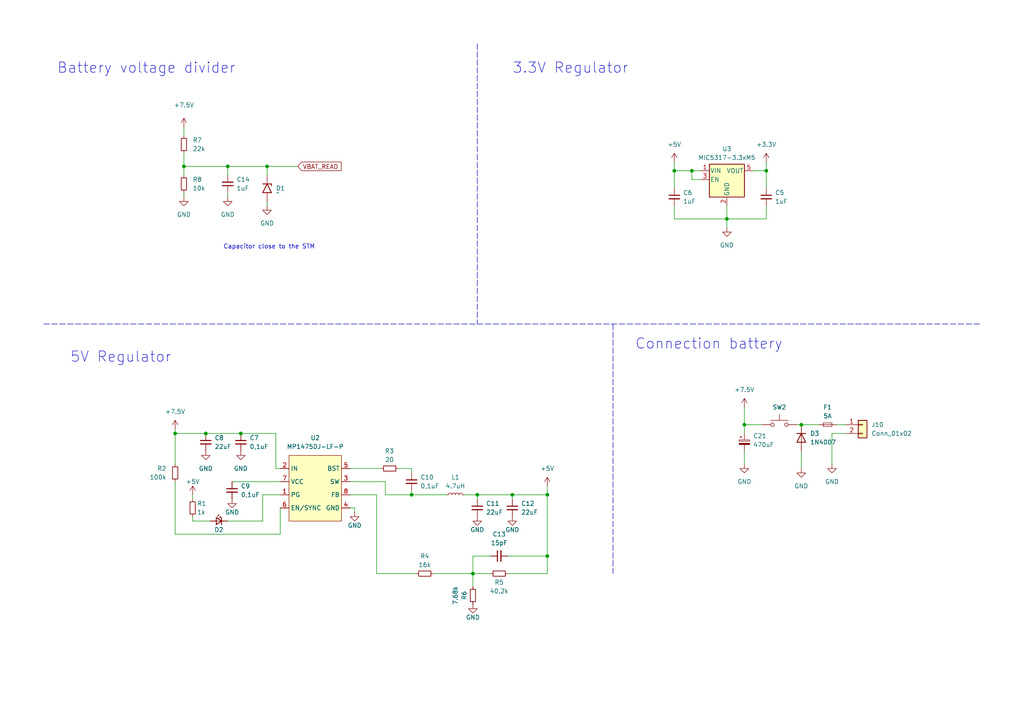
<source format=kicad_sch>
(kicad_sch (version 20230121) (generator eeschema)
  (paper "A4")
  (title_block (title "robot chat") (date "2023-09-19") (rev "1.0") (company "ENSEA"))
  (lib_symbols
    (symbol "Connector_Generic:Conn_01x02" (pin_names (offset 1.016) hide)
      (property "Reference" "J" (at 0 2.54 0))
      (property "Value" "Conn_01x02" (at 0 -5.08 0))
      (symbol "Conn_01x02_1_1"
        (rectangle (start -1.27 -2.413) (end 0 -2.667) (stroke (width 0.1524)))
        (rectangle (start -1.27 0.127) (end 0 -0.127) (stroke (width 0.1524)))
        (rectangle (start -1.27 1.27) (end 1.27 -3.81) (stroke (width 0.254)) (fill (type background)))
        (pin passive line (at -5.08 0 0) (length 3.81) (name "Pin_1") (number "1"))
        (pin passive line (at -5.08 -2.54 0) (length 3.81) (name "Pin_2") (number "2"))
      )
    )
    (symbol "Device:C_Polarized_Small" (pin_numbers hide) (pin_names (offset 0.254) hide)
      (property "Reference" "C" (at 0.254 1.778 0))
      (property "Value" "C_Polarized_Small" (at 0.254 -2.032 0))
      (symbol "C_Polarized_Small_0_1"
        (rectangle (start -1.524 -0.3048) (end 1.524 -0.6858) (fill (type outline)))
        (rectangle (start -1.524 0.6858) (end 1.524 0.3048))
        (polyline (pts (xy -1.27 1.524) (xy -0.762 1.524)))
        (polyline (pts (xy -1.016 1.27) (xy -1.016 1.778)))
      )
      (symbol "C_Polarized_Small_1_1"
        (pin passive line (at 0 2.54 270) (length 1.8542) (name "~") (number "1"))
        (pin passive line (at 0 -2.54 90) (length 1.8542) (name "~") (number "2"))
      )
    )
    (symbol "Device:C_Small" (pin_numbers hide) (pin_names (offset 0.254) hide)
      (property "Reference" "C" (at 0.254 1.778 0))
      (property "Value" "C_Small" (at 0.254 -2.032 0))
      (symbol "C_Small_0_1"
        (polyline (pts (xy -1.524 -0.508) (xy 1.524 -0.508)) (stroke (width 0.3302)))
        (polyline (pts (xy -1.524 0.508) (xy 1.524 0.508)) (stroke (width 0.3048)))
      )
      (symbol "C_Small_1_1"
        (pin passive line (at 0 2.54 270) (length 2.032) (name "~") (number "1"))
        (pin passive line (at 0 -2.54 90) (length 2.032) (name "~") (number "2"))
      )
    )
    (symbol "Device:Fuse_Small" (pin_numbers hide) (pin_names (offset 0.254) hide)
      (property "Reference" "F" (at 0 -1.524 0))
      (property "Value" "Fuse_Small" (at 0 1.524 0))
      (symbol "Fuse_Small_0_1"
        (rectangle (start -1.27 0.508) (end 1.27 -0.508))
        (polyline (pts (xy -1.27 0) (xy 1.27 0)))
      )
      (symbol "Fuse_Small_1_1"
        (pin passive line (at -2.54 0 0) (length 1.27) (name "~") (number "1"))
        (pin passive line (at 2.54 0 180) (length 1.27) (name "~") (number "2"))
      )
    )
    (symbol "Device:LED_Small" (pin_numbers hide) (pin_names (offset 0.254) hide)
      (property "Reference" "D" (at -1.27 3.175 0))
      (property "Value" "LED_Small" (at -4.445 -2.54 0))
      (symbol "LED_Small_0_1"
        (polyline (pts (xy -0.762 -1.016) (xy -0.762 1.016)) (stroke (width 0.254)))
        (polyline (pts (xy 1.016 0) (xy -0.762 0)))
        (polyline (pts (xy 0.762 -1.016) (xy -0.762 0) (xy 0.762 1.016) (xy 0.762 -1.016)) (stroke (width 0.254)))
        (polyline (pts (xy 0 0.762) (xy -0.508 1.27) (xy -0.254 1.27) (xy -0.508 1.27) (xy -0.508 1.016)))
        (polyline (pts (xy 0.508 1.27) (xy 0 1.778) (xy 0.254 1.778) (xy 0 1.778) (xy 0 1.524)))
      )
      (symbol "LED_Small_1_1"
        (pin passive line (at -2.54 0 0) (length 1.778) (name "K") (number "1"))
        (pin passive line (at 2.54 0 180) (length 1.778) (name "A") (number "2"))
      )
    )
    (symbol "Device:L_Small" (pin_numbers hide) (pin_names (offset 0.254) hide)
      (property "Reference" "L" (at 0.762 1.016 0))
      (property "Value" "L_Small" (at 0.762 -1.016 0))
      (symbol "L_Small_0_1"
        (arc (start 0 -2.032) (mid 0.5058 -1.524) (end 0 -1.016))
        (arc (start 0 -1.016) (mid 0.5058 -0.508) (end 0 0))
        (arc (start 0 0) (mid 0.5058 0.508) (end 0 1.016))
        (arc (start 0 1.016) (mid 0.5058 1.524) (end 0 2.032))
      )
      (symbol "L_Small_1_1"
        (pin passive line (at 0 2.54 270) (length 0.508) (name "~") (number "1"))
        (pin passive line (at 0 -2.54 90) (length 0.508) (name "~") (number "2"))
      )
    )
    (symbol "Device:R_Small" (pin_numbers hide) (pin_names (offset 0.254) hide)
      (property "Reference" "R" (at 0.762 0.508 0))
      (property "Value" "R_Small" (at 0.762 -1.016 0))
      (symbol "R_Small_0_1"
        (rectangle (start -0.762 1.778) (end 0.762 -1.778) (stroke (width 0.2032)))
      )
      (symbol "R_Small_1_1"
        (pin passive line (at 0 2.54 270) (length 0.762) (name "~") (number "1"))
        (pin passive line (at 0 -2.54 90) (length 0.762) (name "~") (number "2"))
      )
    )
    (symbol "Diode:1N4007" (pin_numbers hide) (pin_names hide)
      (property "Reference" "D" (at 0 2.54 0))
      (property "Value" "1N4007" (at 0 -2.54 0))
      (symbol "1N4007_0_1"
        (polyline (pts (xy -1.27 1.27) (xy -1.27 -1.27)) (stroke (width 0.254)))
        (polyline (pts (xy 1.27 0) (xy -1.27 0)))
        (polyline (pts (xy 1.27 1.27) (xy 1.27 -1.27) (xy -1.27 0) (xy 1.27 1.27)) (stroke (width 0.254)))
      )
      (symbol "1N4007_1_1"
        (pin passive line (at -3.81 0 0) (length 2.54) (name "K") (number "1"))
        (pin passive line (at 3.81 0 180) (length 2.54) (name "A") (number "2"))
      )
    )
    (symbol "Diode:1N62xxA" (pin_numbers hide) (pin_names (offset 1.016) hide)
      (property "Reference" "D" (at 0 2.54 0))
      (property "Value" "1N62xxA" (at 0 -2.54 0))
      (symbol "1N62xxA_0_1"
        (polyline (pts (xy -0.762 1.27) (xy -1.27 1.27) (xy -1.27 -1.27)) (stroke (width 0.254)))
        (polyline (pts (xy 1.27 1.27) (xy 1.27 -1.27) (xy -1.27 0) (xy 1.27 1.27)) (stroke (width 0.254)))
      )
      (symbol "1N62xxA_1_1"
        (pin passive line (at -3.81 0 0) (length 2.54) (name "A1") (number "1"))
        (pin passive line (at 3.81 0 180) (length 2.54) (name "A2") (number "2"))
      )
    )
    (symbol "MP1475:MP1475DJ-LF-P"
      (property "Reference" "U" (at 1.27 1.27 0))
      (property "Value" "MP1475DJ-LF-P" (at 8.89 -1.27 0))
      (symbol "MP1475DJ-LF-P_1_1"
        (rectangle (start -7.62 -2.54) (end 7.62 -21.59) (fill (type background)))
        (pin output line (at -10.16 -13.97 0) (length 2.54) (name "PG") (number "1"))
        (pin power_in line (at -10.16 -6.35 0) (length 2.54) (name "IN") (number "2"))
        (pin bidirectional line (at 10.16 -10.16 180) (length 2.54) (name "SW") (number "3"))
        (pin power_in line (at 10.16 -17.78 180) (length 2.54) (name "GND") (number "4"))
        (pin bidirectional line (at 10.16 -6.35 180) (length 2.54) (name "BST") (number "5"))
        (pin input line (at -10.16 -17.78 0) (length 2.54) (name "EN/SYNC") (number "6"))
        (pin power_in line (at -10.16 -10.16 0) (length 2.54) (name "VCC") (number "7"))
        (pin input line (at 10.16 -13.97 180) (length 2.54) (name "FB") (number "8"))
      )
    )
    (symbol "Regulator_Linear:MIC5317-3.3xM5" (pin_names (offset 0.254))
      (property "Reference" "U" (at -6.35 6.35 0))
      (property "Value" "MIC5317-3.3xM5" (at 0 6.35 0))
      (symbol "MIC5317-3.3xM5_0_1"
        (rectangle (start -5.08 4.445) (end 5.08 -5.08) (stroke (width 0.254)) (fill (type background)))
      )
      (symbol "MIC5317-3.3xM5_1_1"
        (pin power_in line (at -7.62 2.54 0) (length 2.54) (name "VIN") (number "1"))
        (pin power_in line (at 0 -7.62 90) (length 2.54) (name "GND") (number "2"))
        (pin input line (at -7.62 0 0) (length 2.54) (name "EN") (number "3"))
        (pin no_connect line (at 5.08 0 180) (length 2.54) hide (name "NC") (number "4"))
        (pin power_out line (at 7.62 2.54 180) (length 2.54) (name "VOUT") (number "5"))
      )
    )
    (symbol "Switch:SW_Push" (pin_numbers hide) (pin_names (offset 1.016) hide)
      (property "Reference" "SW" (at 1.27 2.54 0))
      (property "Value" "SW_Push" (at 0 -1.524 0))
      (symbol "SW_Push_0_1"
        (circle (center -2.032 0) (radius 0.508))
        (polyline (pts (xy 0 1.27) (xy 0 3.048)))
        (polyline (pts (xy 2.54 1.27) (xy -2.54 1.27)))
        (circle (center 2.032 0) (radius 0.508))
        (pin passive line (at -5.08 0 0) (length 2.54) (name "1") (number "1"))
        (pin passive line (at 5.08 0 180) (length 2.54) (name "2") (number "2"))
      )
    )
    (symbol "power:+3.3V" (power) (pin_names (offset 0))
      (property "Value" "+3.3V" (at 0 3.556 0))
      (symbol "+3.3V_0_1"
        (polyline (pts (xy -0.762 1.27) (xy 0 2.54)))
        (polyline (pts (xy 0 0) (xy 0 2.54)))
        (polyline (pts (xy 0 2.54) (xy 0.762 1.27)))
      )
      (symbol "+3.3V_1_1"
        (pin power_in line (at 0 0 90) (length 0) hide (name "+3.3V") (number "1"))
      )
    )
    (symbol "power:+5V" (power) (pin_names (offset 0))
      (property "Value" "+5V" (at 0 3.556 0))
      (symbol "+5V_0_1"
        (polyline (pts (xy -0.762 1.27) (xy 0 2.54)))
        (polyline (pts (xy 0 0) (xy 0 2.54)))
        (polyline (pts (xy 0 2.54) (xy 0.762 1.27)))
      )
      (symbol "+5V_1_1"
        (pin power_in line (at 0 0 90) (length 0) hide (name "+5V") (number "1"))
      )
    )
    (symbol "power:+7.5V" (power) (pin_names (offset 0))
      (property "Value" "+7.5V" (at 0 3.556 0))
      (symbol "+7.5V_0_1"
        (polyline (pts (xy -0.762 1.27) (xy 0 2.54)))
        (polyline (pts (xy 0 0) (xy 0 2.54)))
        (polyline (pts (xy 0 2.54) (xy 0.762 1.27)))
      )
      (symbol "+7.5V_1_1"
        (pin power_in line (at 0 0 90) (length 0) hide (name "+7.5V") (number "1"))
      )
    )
    (symbol "power:GND" (power) (pin_names (offset 0))
      (property "Value" "GND" (at 0 -3.81 0))
      (symbol "GND_0_1"
        (polyline (pts (xy 0 0) (xy 0 -1.27) (xy 1.27 -1.27) (xy 0 -2.54) (xy -1.27 -1.27) (xy 0 -1.27)))
      )
      (symbol "GND_1_1"
        (pin power_in line (at 0 0 270) (length 0) hide (name "GND") (number "1"))
      )
    )
  )
  (junction (at 210.82 63.5))
  (junction (at 66.04 48.26))
  (junction (at 138.43 143.51))
  (junction (at 222.25 49.53))
  (junction (at 148.59 143.51))
  (junction (at 232.41 123.19))
  (junction (at 69.85 125.73))
  (junction (at 119.38 143.51))
  (junction (at 137.16 166.37))
  (junction (at 158.75 143.51))
  (junction (at 195.58 49.53))
  (junction (at 200.66 49.53))
  (junction (at 158.75 161.29))
  (junction (at 50.8 125.73))
  (junction (at 59.69 125.73))
  (junction (at 53.34 48.26))
  (junction (at 215.9 123.19))
  (junction (at 77.47 48.26))
  (wire (pts (xy 66.04 55.88) (xy 66.04 57.15)))
  (wire (pts (xy 215.9 130.81) (xy 215.9 134.62)))
  (wire (pts (xy 242.57 123.19) (xy 245.11 123.19)))
  (wire (pts (xy 101.6 147.32) (xy 102.87 147.32)))
  (wire (pts (xy 200.66 52.07) (xy 200.66 49.53)))
  (wire (pts (xy 125.73 166.37) (xy 137.16 166.37)))
  (wire (pts (xy 77.47 48.26) (xy 66.04 48.26)))
  (wire (pts (xy 77.47 50.8) (xy 77.47 48.26)))
  (wire (pts (xy 158.75 140.97) (xy 158.75 143.51)))
  (wire (pts (xy 222.25 59.69) (xy 222.25 63.5)))
  (wire (pts (xy 241.3 125.73) (xy 245.11 125.73)))
  (wire (pts (xy 119.38 143.51) (xy 129.54 143.51)))
  (wire (pts (xy 231.14 123.19) (xy 232.41 123.19)))
  (polyline (pts (xy 138.43 12.7) (xy 138.43 93.98)) (stroke (width 0) (type dash)))
  (wire (pts (xy 80.01 135.89) (xy 81.28 135.89)))
  (polyline (pts (xy 177.8 93.98) (xy 177.8 166.37)) (stroke (width 0) (type dash)))
  (wire (pts (xy 81.28 147.32) (xy 81.28 154.94)))
  (polyline (pts (xy 12.7 93.98) (xy 284.48 93.98)) (stroke (width 0) (type dash)))
  (wire (pts (xy 134.62 143.51) (xy 138.43 143.51)))
  (wire (pts (xy 115.57 135.89) (xy 119.38 135.89)))
  (wire (pts (xy 66.04 48.26) (xy 53.34 48.26)))
  (wire (pts (xy 66.04 50.8) (xy 66.04 48.26)))
  (wire (pts (xy 109.22 166.37) (xy 120.65 166.37)))
  (wire (pts (xy 158.75 166.37) (xy 158.75 161.29)))
  (wire (pts (xy 111.76 139.7) (xy 111.76 143.51)))
  (wire (pts (xy 101.6 143.51) (xy 109.22 143.51)))
  (wire (pts (xy 158.75 161.29) (xy 158.75 143.51)))
  (wire (pts (xy 195.58 63.5) (xy 210.82 63.5)))
  (wire (pts (xy 195.58 49.53) (xy 200.66 49.53)))
  (wire (pts (xy 137.16 166.37) (xy 137.16 170.18)))
  (wire (pts (xy 50.8 124.46) (xy 50.8 125.73)))
  (wire (pts (xy 138.43 143.51) (xy 138.43 144.78)))
  (wire (pts (xy 77.47 48.26) (xy 86.36 48.26)))
  (wire (pts (xy 59.69 125.73) (xy 69.85 125.73)))
  (wire (pts (xy 55.88 151.13) (xy 60.96 151.13)))
  (wire (pts (xy 142.24 161.29) (xy 137.16 161.29)))
  (wire (pts (xy 148.59 143.51) (xy 148.59 144.78)))
  (wire (pts (xy 195.58 49.53) (xy 195.58 54.61)))
  (wire (pts (xy 241.3 125.73) (xy 241.3 134.62)))
  (wire (pts (xy 222.25 46.99) (xy 222.25 49.53)))
  (wire (pts (xy 81.28 154.94) (xy 50.8 154.94)))
  (wire (pts (xy 55.88 144.78) (xy 55.88 143.51)))
  (wire (pts (xy 210.82 59.69) (xy 210.82 63.5)))
  (wire (pts (xy 109.22 143.51) (xy 109.22 166.37)))
  (wire (pts (xy 215.9 123.19) (xy 220.98 123.19)))
  (wire (pts (xy 119.38 135.89) (xy 119.38 137.16)))
  (wire (pts (xy 77.47 58.42) (xy 77.47 59.69)))
  (wire (pts (xy 147.32 161.29) (xy 158.75 161.29)))
  (wire (pts (xy 81.28 143.51) (xy 76.2 143.51)))
  (wire (pts (xy 66.04 151.13) (xy 76.2 151.13)))
  (wire (pts (xy 53.34 55.88) (xy 53.34 57.15)))
  (wire (pts (xy 69.85 125.73) (xy 80.01 125.73)))
  (wire (pts (xy 215.9 125.73) (xy 215.9 123.19)))
  (wire (pts (xy 222.25 63.5) (xy 210.82 63.5)))
  (wire (pts (xy 210.82 63.5) (xy 210.82 66.04)))
  (wire (pts (xy 53.34 48.26) (xy 53.34 50.8)))
  (wire (pts (xy 111.76 143.51) (xy 119.38 143.51)))
  (wire (pts (xy 53.34 36.83) (xy 53.34 39.37)))
  (wire (pts (xy 67.31 139.7) (xy 81.28 139.7)))
  (wire (pts (xy 158.75 143.51) (xy 148.59 143.51)))
  (wire (pts (xy 147.32 166.37) (xy 158.75 166.37)))
  (wire (pts (xy 102.87 147.32) (xy 102.87 148.59)))
  (wire (pts (xy 80.01 125.73) (xy 80.01 135.89)))
  (wire (pts (xy 195.58 46.99) (xy 195.58 49.53)))
  (wire (pts (xy 200.66 49.53) (xy 203.2 49.53)))
  (wire (pts (xy 50.8 125.73) (xy 59.69 125.73)))
  (wire (pts (xy 138.43 143.51) (xy 148.59 143.51)))
  (wire (pts (xy 232.41 130.81) (xy 232.41 135.89)))
  (wire (pts (xy 53.34 44.45) (xy 53.34 48.26)))
  (wire (pts (xy 101.6 139.7) (xy 111.76 139.7)))
  (wire (pts (xy 218.44 49.53) (xy 222.25 49.53)))
  (wire (pts (xy 195.58 59.69) (xy 195.58 63.5)))
  (wire (pts (xy 137.16 161.29) (xy 137.16 166.37)))
  (wire (pts (xy 215.9 123.19) (xy 215.9 118.11)))
  (wire (pts (xy 203.2 52.07) (xy 200.66 52.07)))
  (wire (pts (xy 76.2 143.51) (xy 76.2 151.13)))
  (wire (pts (xy 101.6 135.89) (xy 110.49 135.89)))
  (wire (pts (xy 119.38 143.51) (xy 119.38 142.24)))
  (wire (pts (xy 232.41 123.19) (xy 237.49 123.19)))
  (wire (pts (xy 55.88 151.13) (xy 55.88 149.86)))
  (wire (pts (xy 137.16 166.37) (xy 142.24 166.37)))
  (wire (pts (xy 222.25 49.53) (xy 222.25 54.61)))
  (wire (pts (xy 50.8 125.73) (xy 50.8 134.62)))
  (wire (pts (xy 50.8 139.7) (xy 50.8 154.94)))
  (text "Battery voltage divider" (at 16.51 21.59 0) (effects (font (size 3 3)) (justify left bottom)))
  (text "Capacitor close to the STM" (at 64.77 72.39 0) (effects (font (size 1.27 1.27)) (justify left bottom)))
  (text "Connection battery" (at 184.15 101.6 0) (effects (font (size 3 3)) (justify left bottom)))
  (text "5V Regulator" (at 20.32 105.41 0) (effects (font (size 3 3)) (justify left bottom)))
  (text "3.3V Regulator" (at 148.59 21.59 0) (effects (font (size 3 3)) (justify left bottom)))
  (global_label "VBAT_READ" (shape input) (at 86.36 48.26 0) (property "Intersheetrefs" "${INTERSHEET_REFS}" (effects hide)))
  (symbol (lib_id "power:GND") (at 232.41 135.89 0) (unit 1)
    (property "Reference" "#PWR045" (effects hide))
    (property "Value" "GND" (at 232.41 140.97 0))
  )
  (symbol (lib_id "Device:C_Small") (at 138.43 147.32 0) (unit 1)
    (property "Reference" "C11" (at 140.97 146.0563 0) (effects (justify left)))
    (property "Value" "22uF" (at 140.97 148.5963 0) (effects (justify left)))
  )
  (symbol (lib_id "Device:C_Small") (at 59.69 128.27 0) (unit 1)
    (property "Reference" "C8" (at 62.23 127.0063 0) (effects (justify left)))
    (property "Value" "22uF" (at 62.23 129.5463 0) (effects (justify left)))
  )
  (symbol (lib_id "Diode:1N62xxA") (at 77.47 54.61 270) (unit 1)
    (property "Reference" "D1" (at 80.01 54.61 90) (effects (justify left)))
    (property "Value" "~" (at 80.01 55.88 90) (effects (justify left)))
    (property "Footprint" "Diode_THT:D_DO-201AE_P15.24mm_Horizontal" (effects hide))
    (property "Datasheet" "https://www.vishay.com/docs/88301/15ke.pdf" (effects hide))
  )
  (symbol (lib_id "Device:C_Small") (at 69.85 128.27 0) (unit 1)
    (property "Reference" "C7" (at 72.39 127.0063 0) (effects (justify left)))
    (property "Value" "0,1uF" (at 72.39 129.5463 0) (effects (justify left)))
  )
  (symbol (lib_id "Device:LED_Small") (at 63.5 151.13 0) (mirror y) (unit 1)
    (property "Reference" "D2" (at 63.5 153.67 0))
    (property "Value" "LED_Small" (effects hide))
  )
  (symbol (lib_id "Device:C_Small") (at 222.25 57.15 0) (unit 1)
    (property "Reference" "C5" (at 224.79 55.8863 0) (effects (justify left)))
    (property "Value" "1uF" (at 224.79 58.4263 0) (effects (justify left)))
  )
  (symbol (lib_id "Diode:1N4007") (at 232.41 127 270) (unit 1)
    (property "Reference" "D3" (at 234.95 125.73 90) (effects (justify left)))
    (property "Value" "1N4007" (at 234.95 128.27 90) (effects (justify left)))
    (property "Footprint" "Diode_THT:D_DO-41_SOD81_P10.16mm_Horizontal" (effects hide))
    (property "Datasheet" "http://www.vishay.com/docs/88503/1n4001.pdf" (effects hide))
    (property "Sim.Device" "D" (effects hide))
    (property "Sim.Pins" "1=K 2=A" (effects hide))
  )
  (symbol (lib_id "power:GND") (at 137.16 175.26 0) (unit 1)
    (property "Reference" "#PWR014" (effects hide))
    (property "Value" "GND" (at 137.16 179.07 0))
  )
  (symbol (lib_id "Device:R_Small") (at 50.8 137.16 0) (mirror y) (unit 1)
    (property "Reference" "R2" (at 48.26 135.89 0) (effects (justify left)))
    (property "Value" "100k" (at 48.26 138.43 0) (effects (justify left)))
  )
  (symbol (lib_id "power:+7.5V") (at 215.9 118.11 0) (unit 1)
    (property "Reference" "#PWR036" (effects hide))
    (property "Value" "+7.5V" (at 215.9 113.03 0))
  )
  (symbol (lib_id "Connector_Generic:Conn_01x02") (at 250.19 123.19 0) (unit 1)
    (property "Reference" "J10" (at 252.73 123.19 0) (effects (justify left)))
    (property "Value" "Conn_01x02" (at 252.73 125.73 0) (effects (justify left)))
  )
  (symbol (lib_id "power:GND") (at 66.04 57.15 0) (unit 1)
    (property "Reference" "#PWR017" (effects hide))
    (property "Value" "GND" (at 66.04 62.23 0))
  )
  (symbol (lib_id "power:+7.5V") (at 53.34 36.83 0) (unit 1)
    (property "Reference" "#PWR011" (effects hide))
    (property "Value" "+7.5V" (at 53.34 30.48 0))
  )
  (symbol (lib_id "power:GND") (at 102.87 148.59 0) (unit 1)
    (property "Reference" "#PWR015" (effects hide))
    (property "Value" "GND" (at 102.87 152.4 0))
  )
  (symbol (lib_id "power:+5V") (at 158.75 140.97 0) (unit 1)
    (property "Reference" "#PWR033" (effects hide))
    (property "Value" "+5V" (at 158.75 135.89 0))
  )
  (symbol (lib_id "power:+3.3V") (at 222.25 46.99 0) (unit 1)
    (property "Reference" "#PWR06" (effects hide))
    (property "Value" "+3.3V" (at 222.25 41.91 0))
  )
  (symbol (lib_id "Device:Fuse_Small") (at 240.03 123.19 0) (unit 1)
    (property "Reference" "F1" (at 240.03 118.11 0))
    (property "Value" "5A" (at 240.03 120.65 0))
  )
  (symbol (lib_id "Device:R_Small") (at 53.34 53.34 0) (unit 1)
    (property "Reference" "R8" (at 55.88 52.07 0) (effects (justify left)))
    (property "Value" "10k" (at 55.88 54.61 0) (effects (justify left)))
  )
  (symbol (lib_id "power:GND") (at 148.59 149.86 0) (unit 1)
    (property "Reference" "#PWR013" (effects hide))
    (property "Value" "GND" (at 148.59 153.67 0))
  )
  (symbol (lib_id "Device:R_Small") (at 113.03 135.89 90) (unit 1)
    (property "Reference" "R3" (at 114.3 130.81 90) (effects (justify left)))
    (property "Value" "20" (at 114.3 133.35 90) (effects (justify left)))
  )
  (symbol (lib_id "power:GND") (at 77.47 59.69 0) (unit 1)
    (property "Reference" "#PWR018" (effects hide))
    (property "Value" "GND" (at 77.47 64.77 0))
  )
  (symbol (lib_id "Device:C_Small") (at 67.31 142.24 0) (unit 1)
    (property "Reference" "C9" (at 69.85 140.9763 0) (effects (justify left)))
    (property "Value" "0,1uF" (at 69.85 143.5163 0) (effects (justify left)))
  )
  (symbol (lib_id "Device:R_Small") (at 53.34 41.91 0) (unit 1)
    (property "Reference" "R7" (at 55.88 40.64 0) (effects (justify left)))
    (property "Value" "22k" (at 55.88 43.18 0) (effects (justify left)))
  )
  (symbol (lib_id "power:GND") (at 138.43 149.86 0) (unit 1)
    (property "Reference" "#PWR012" (effects hide))
    (property "Value" "GND" (at 138.43 153.67 0))
  )
  (symbol (lib_id "power:GND") (at 210.82 66.04 0) (unit 1)
    (property "Reference" "#PWR05" (effects hide))
    (property "Value" "GND" (at 210.82 71.12 0))
  )
  (symbol (lib_id "Device:R_Small") (at 137.16 172.72 0) (unit 1)
    (property "Reference" "R6" (at 134.62 172.72 90))
    (property "Value" "7.68k" (at 132.08 172.72 90))
  )
  (symbol (lib_id "power:+5V") (at 195.58 46.99 0) (unit 1)
    (property "Reference" "#PWR07" (effects hide))
    (property "Value" "+5V" (at 195.58 41.91 0))
  )
  (symbol (lib_id "Device:C_Small") (at 148.59 147.32 0) (unit 1)
    (property "Reference" "C12" (at 151.13 146.0563 0) (effects (justify left)))
    (property "Value" "22uF" (at 151.13 148.5963 0) (effects (justify left)))
  )
  (symbol (lib_id "Device:L_Small") (at 132.08 143.51 90) (unit 1)
    (property "Reference" "L1" (at 132.08 138.43 90))
    (property "Value" "4.7uH" (at 132.08 140.97 90))
  )
  (symbol (lib_id "power:GND") (at 69.85 130.81 0) (unit 1)
    (property "Reference" "#PWR08" (effects hide))
    (property "Value" "GND" (at 69.85 135.89 0))
  )
  (symbol (lib_id "power:GND") (at 53.34 57.15 0) (unit 1)
    (property "Reference" "#PWR016" (effects hide))
    (property "Value" "GND" (at 53.34 62.23 0))
  )
  (symbol (lib_id "MP1475:MP1475DJ-LF-P") (at 91.44 129.54 0) (unit 1)
    (property "Reference" "U2" (at 91.44 127 0))
    (property "Value" "MP1475DJ-LF-P" (at 91.44 129.54 0))
    (property "Footprint" "Package_TO_SOT_SMD:TSOT-23-8" (effects hide))
    (property "Datasheet" "https://www.monolithicpower.com/en/documentview/productdocument/index/version/2/document_type/Datasheet/lang/en/sku/MP1475/document_id/342" (effects hide))
  )
  (symbol (lib_id "Device:R_Small") (at 55.88 147.32 0) (unit 1)
    (property "Reference" "R1" (at 57.15 146.05 0) (effects (justify left)))
    (property "Value" "1k" (at 57.15 148.59 0) (effects (justify left)))
  )
  (symbol (lib_id "power:GND") (at 241.3 134.62 0) (unit 1)
    (property "Reference" "#PWR019" (effects hide))
    (property "Value" "GND" (at 241.3 139.7 0))
  )
  (symbol (lib_id "power:GND") (at 215.9 134.62 0) (unit 1)
    (property "Reference" "#PWR044" (effects hide))
    (property "Value" "GND" (at 215.9 139.7 0))
  )
  (symbol (lib_id "power:GND") (at 67.31 144.78 0) (unit 1)
    (property "Reference" "#PWR010" (effects hide))
    (property "Value" "GND" (at 67.31 148.59 0))
  )
  (symbol (lib_id "Device:R_Small") (at 123.19 166.37 90) (unit 1)
    (property "Reference" "R4" (at 123.19 161.29 90))
    (property "Value" "16k" (at 123.19 163.83 90))
  )
  (symbol (lib_id "power:+5V") (at 55.88 143.51 0) (unit 1)
    (property "Reference" "#PWR034" (effects hide))
    (property "Value" "+5V" (at 55.88 139.7 0))
  )
  (symbol (lib_id "power:GND") (at 59.69 130.81 0) (unit 1)
    (property "Reference" "#PWR09" (effects hide))
    (property "Value" "GND" (at 59.69 135.89 0))
  )
  (symbol (lib_id "Switch:SW_Push") (at 226.06 123.19 0) (unit 1)
    (property "Reference" "SW2" (at 226.06 118.11 0))
    (property "Value" "SW_Push" (effects hide))
  )
  (symbol (lib_id "Device:C_Polarized_Small") (at 215.9 128.27 0) (unit 1)
    (property "Reference" "C21" (at 218.44 126.4539 0) (effects (justify left)))
    (property "Value" "470uF" (at 218.44 128.9939 0) (effects (justify left)))
  )
  (symbol (lib_id "Device:R_Small") (at 144.78 166.37 90) (unit 1)
    (property "Reference" "R5" (at 144.78 168.91 90))
    (property "Value" "40.2k" (at 144.78 171.45 90))
  )
  (symbol (lib_id "Device:C_Small") (at 66.04 53.34 180) (unit 1)
    (property "Reference" "C14" (at 68.58 52.0636 0) (effects (justify right)))
    (property "Value" "1uF" (at 68.58 54.6036 0) (effects (justify right)))
  )
  (symbol (lib_id "Device:C_Small") (at 144.78 161.29 90) (unit 1)
    (property "Reference" "C13" (at 144.7863 154.94 90))
    (property "Value" "15pF" (at 144.7863 157.48 90))
  )
  (symbol (lib_id "Device:C_Small") (at 119.38 139.7 0) (unit 1)
    (property "Reference" "C10" (at 121.92 138.4363 0) (effects (justify left)))
    (property "Value" "0,1uF" (at 121.92 140.9763 0) (effects (justify left)))
  )
  (symbol (lib_id "Regulator_Linear:MIC5317-3.3xM5") (at 210.82 52.07 0) (unit 1)
    (property "Reference" "U3" (at 210.82 43.18 0))
    (property "Value" "MIC5317-3.3xM5" (at 210.82 45.72 0))
    (property "Footprint" "Package_TO_SOT_SMD:SOT-23-5" (effects hide))
    (property "Datasheet" "https://ww1.microchip.com/downloads/aemDocuments/documents/OTH/ProductDocuments/DataSheets/MIC5317-High-Performance-Single-150mA-LDO-DS20006195B.pdf" (effects hide))
  )
  (symbol (lib_id "Device:C_Small") (at 195.58 57.15 0) (unit 1)
    (property "Reference" "C6" (at 198.12 55.8863 0) (effects (justify left)))
    (property "Value" "1uF" (at 198.12 58.4263 0) (effects (justify left)))
  )
  (symbol (lib_id "power:+7.5V") (at 50.8 124.46 0) (unit 1)
    (property "Reference" "#PWR035" (effects hide))
    (property "Value" "+7.5V" (at 50.8 119.38 0))
  )
)
</source>
